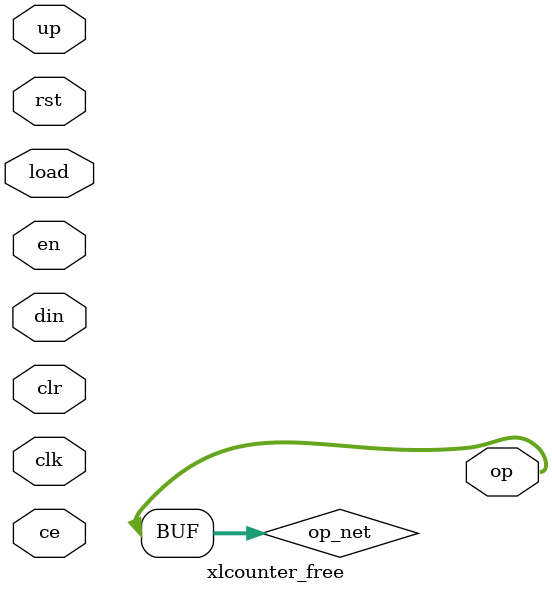
<source format=v>

`ifndef simulating
  `define simulating 1
`endif
// synopsys translate_on
`ifndef simulating
  `define simulating 0
`endif
`ifndef xlUnsigned
 `define xlUnsigned 1
`endif
`ifndef xlSigned
 `define xlSigned 2
`endif
`ifndef xlWrap
 `define xlWrap 1
`endif
`ifndef xlSaturate
 `define xlSaturate 2
`endif
`ifndef xlTruncate
 `define xlTruncate 1
`endif
`ifndef xlRound
 `define xlRound 2
`endif
`ifndef xlRoundBanker
 `define xlRoundBanker 3
`endif
`ifndef xlAddMode
 `define xlAddMode 1
`endif
`ifndef xlSubMode
 `define xlSubMode 2
`endif

//-----------------------------------------------------------------
// System Generator version 10.1.3 VERILOG source file.
//
// Copyright(C) 2008 by Xilinx, Inc.  All rights reserved.  This
// text/file contains proprietary, confidential information of Xilinx,
// Inc., is distributed under license from Xilinx, Inc., and may be used,
// copied and/or disclosed only pursuant to the terms of a valid license
// agreement with Xilinx, Inc.  Xilinx hereby grants you a license to use
// this text/file solely for design, simulation, implementation and
// creation of design files limited to Xilinx devices or technologies.
// Use with non-Xilinx devices or technologies is expressly prohibited
// and immediately terminates your license unless covered by a separate
// agreement.
//
// Xilinx is providing this design, code, or information "as is" solely
// for use in developing programs and solutions for Xilinx devices.  By
// providing this design, code, or information as one possible
// implementation of this feature, application or standard, Xilinx is
// making no representation that this implementation is free from any
// claims of infringement.  You are responsible for obtaining any rights
// you may require for your implementation.  Xilinx expressly disclaims
// any warranty whatsoever with respect to the adequacy of the
// implementation, including but not limited to warranties of
// merchantability or fitness for a particular purpose.
//
// Xilinx products are not intended for use in life support appliances,
// devices, or systems.  Use in such applications is expressly prohibited.
//
// Any modifications that are made to the source code are done at the user's
// sole risk and will be unsupported.
//
// This copyright and support notice must be retained as part of this
// text at all times.  (c) Copyright 1995-2008 Xilinx, Inc.  All rights
// reserved.
//-----------------------------------------------------------------
`timescale 1 ns / 10 ps
module srl17e (clk, ce, d, q);
    parameter width = 16;
    parameter latency = 8;
    input clk, ce;
    input [width-1:0] d;
    output [width-1:0] q;
    parameter signed [5:0] a = latency - 2;
    wire[width - 1:0] #0.2 d_delayed;
    wire[width - 1:0] srl16_out;
    genvar i;
    assign d_delayed = d ;
    generate
      for(i=0; i<width; i=i+1)
      begin:reg_array
            if (latency > 1)
                begin: has_2_latency
                 SRL16E u1 (.CLK(clk), .D(d_delayed[i]), .Q(srl16_out[i]), .CE(ce), .A0(a[0]), .A1(a[1]), .A2(a[2]), .A3(a[3]));
                end
            if (latency <= 1)
                begin: has_1_latency
                 assign srl16_out[i] = d_delayed[i];
                end
            if (latency != 0)
                begin: has_latency
                 FDE u2 (.C(clk), .D(srl16_out[i]), .Q(q[i]), .CE(ce));
                end
            if (latency == 0)
                begin:has_0_latency
                 assign q[i] = srl16_out[i];
                end
        end
    endgenerate
endmodule
module synth_reg (i, ce, clr, clk, o);
   parameter width  = 8;
   parameter latency  = 1;
   input[width - 1:0] i;
   input ce,clr,clk;
   output[width - 1:0] o;
   parameter complete_num_srl17es = latency/17;
   parameter remaining_latency = latency%17;
   parameter temp_num_srl17es = (latency/17) + ((latency%17)?1:0);
   parameter num_srl17es = temp_num_srl17es ? temp_num_srl17es : 1;
   wire [width - 1:0] z [0:num_srl17es-1];
   genvar t;
    generate
      if (latency <= 17)
          begin:has_only_1
              srl17e #(width, latency) srl17e_array0(.clk(clk), .ce(ce), .d(i), .q(o));
          end
     endgenerate
    generate
     if (latency > 17)
        begin:has_1
             assign o = z[num_srl17es-1];
             srl17e #(width, 17) srl17e_array0(.clk(clk), .ce(ce), .d(i), .q(z[0]));
        end
   endgenerate
   generate
      if (latency > 17)
          begin:more_than_1
              for (t=1; t < complete_num_srl17es; t=t+1)
                begin:left_complete_ones
                   srl17e #(width, 17) srl17e_array(.clk(clk), .ce(ce), .d(z[t-1]), .q(z[t]));
                end
          end
   endgenerate
   generate
     if ((remaining_latency > 0) && (latency>17))
          begin:remaining_ones
             srl17e #(width, (latency%17)) last_srl17e (.clk(clk), .ce(ce), .d(z[num_srl17es-2]), .q(z[num_srl17es-1]));
          end
   endgenerate
endmodule
module synth_reg_reg (i, ce, clr, clk, o);
   parameter width  = 8;
   parameter latency  = 1;
   input[width - 1:0] i;
   input ce, clr, clk;
   output[width - 1:0] o;
   wire[width - 1:0] o;
   genvar idx;
   reg[width - 1:0] reg_bank [latency:0];
   integer j;
   initial
     begin
        for (j=0; j < latency+1; j=j+1)
          begin
             reg_bank[j] = {width{1'b0}};
          end
     end

   generate
     if (latency == 0)
        begin:has_0_latency
         assign o = i;
       end
   endgenerate

   always @(i)
        begin
             reg_bank[0] = i;
         end
   generate
     if (latency > 0)
        begin:more_than_1
            assign o = reg_bank[latency];
         for (idx=0; idx < latency; idx=idx+1) begin:sync_loop
            always @(posedge clk)
                  begin
                  if (ce)
                    begin
                        reg_bank[idx+1] <= reg_bank[idx] ;
                    end
               end
        end
      end
   endgenerate
endmodule

//-----------------------------------------------------------------
// System Generator version 10.1.3 VERILOG source file.
//
// Copyright(C) 2008 by Xilinx, Inc.  All rights reserved.  This
// text/file contains proprietary, confidential information of Xilinx,
// Inc., is distributed under license from Xilinx, Inc., and may be used,
// copied and/or disclosed only pursuant to the terms of a valid license
// agreement with Xilinx, Inc.  Xilinx hereby grants you a license to use
// this text/file solely for design, simulation, implementation and
// creation of design files limited to Xilinx devices or technologies.
// Use with non-Xilinx devices or technologies is expressly prohibited
// and immediately terminates your license unless covered by a separate
// agreement.
//
// Xilinx is providing this design, code, or information "as is" solely
// for use in developing programs and solutions for Xilinx devices.  By
// providing this design, code, or information as one possible
// implementation of this feature, application or standard, Xilinx is
// making no representation that this implementation is free from any
// claims of infringement.  You are responsible for obtaining any rights
// you may require for your implementation.  Xilinx expressly disclaims
// any warranty whatsoever with respect to the adequacy of the
// implementation, including but not limited to warranties of
// merchantability or fitness for a particular purpose.
//
// Xilinx products are not intended for use in life support appliances,
// devices, or systems.  Use in such applications is expressly prohibited.
//
// Any modifications that are made to the source code are done at the user's
// sole risk and will be unsupported.
//
// This copyright and support notice must be retained as part of this
// text at all times.  (c) Copyright 1995-2008 Xilinx, Inc.  All rights
// reserved.
//-----------------------------------------------------------------
`timescale 1 ns / 10 ps
module synth_reg_w_init (i, ce, clr, clk, o);
   parameter width  = 8;
   parameter init_index  = 0;
   parameter [width-1 : 0] init_value  = 'b0000;
   parameter latency  = 1;

   input[width - 1:0] i;
   input ce, clr, clk;
   output[width - 1:0] o;
   wire[(latency + 1) * width - 1:0] dly_i;
   wire #0.2 dly_clr;
   genvar index;

   generate
     if (latency == 0)
        begin:has_0_latency
         assign o = i;
        end
     else
        begin:has_latency
         assign dly_i[(latency + 1) * width - 1:latency * width] = i ;
         assign dly_clr = clr ;
         for (index=1; index<=latency; index=index+1)
           begin:fd_array
// synopsys translate_off
             defparam reg_comp_1.width = width;
             defparam reg_comp_1.init_index = init_index;
             defparam reg_comp_1.init_value = init_value;
// synopsys translate_on
             single_reg_w_init #(width, init_index, init_value)
               reg_comp_1(.clk(clk),
                          .i(dly_i[(index + 1)*width-1:index*width]),
                          .o(dly_i[index * width - 1:(index - 1) * width]),
                          .ce(ce),
                          .clr(dly_clr));
             end
        assign o = dly_i[width-1:0];
       end
   endgenerate
endmodule
module single_reg_w_init (i, ce, clr, clk, o);
   parameter width  = 8;
   parameter init_index  = 0;
   parameter [width-1 : 0] init_value  = 8'b00000000;
   input[width - 1:0] i;
   input ce;
   input clr;
   input clk;
   output[width - 1:0] o;
   parameter [0:0] init_index_val = (init_index ==  1) ? 1'b1 : 1'b0;
   parameter [width-1:0] result = (width > 1) ? { {(width-1){1'b0}}, init_index_val } : init_index_val;
   parameter [width-1:0] init_const = (init_index > 1) ? init_value : result;
   wire[width - 1:0] o;
   genvar index;

   generate
     for (index=0;index < width; index=index+1) begin:fd_prim_array
          if (init_const[index] == 0)
            begin:rst_comp
              FDRE fdre_comp(.C(clk),
                             .D(i[index]),
                             .Q(o[index]),
                             .CE(ce),
                             .R(clr));
            end
          else
            begin:set_comp
             FDSE fdse_comp(.C(clk),
                            .D(i[index]),
                            .Q(o[index]),
                            .CE(ce),
                            .S(clr));
            end
    end
   endgenerate
endmodule

//-----------------------------------------------------------------
// System Generator version 10.1.3 VERILOG source file.
//
// Copyright(C) 2008 by Xilinx, Inc.  All rights reserved.  This
// text/file contains proprietary, confidential information of Xilinx,
// Inc., is distributed under license from Xilinx, Inc., and may be used,
// copied and/or disclosed only pursuant to the terms of a valid license
// agreement with Xilinx, Inc.  Xilinx hereby grants you a license to use
// this text/file solely for design, simulation, implementation and
// creation of design files limited to Xilinx devices or technologies.
// Use with non-Xilinx devices or technologies is expressly prohibited
// and immediately terminates your license unless covered by a separate
// agreement.
//
// Xilinx is providing this design, code, or information "as is" solely
// for use in developing programs and solutions for Xilinx devices.  By
// providing this design, code, or information as one possible
// implementation of this feature, application or standard, Xilinx is
// making no representation that this implementation is free from any
// claims of infringement.  You are responsible for obtaining any rights
// you may require for your implementation.  Xilinx expressly disclaims
// any warranty whatsoever with respect to the adequacy of the
// implementation, including but not limited to warranties of
// merchantability or fitness for a particular purpose.
//
// Xilinx products are not intended for use in life support appliances,
// devices, or systems.  Use in such applications is expressly prohibited.
//
// Any modifications that are made to the source code are done at the user's
// sole risk and will be unsupported.
//
// This copyright and support notice must be retained as part of this
// text at all times.  (c) Copyright 1995-2008 Xilinx, Inc.  All rights
// reserved.
//-----------------------------------------------------------------
`ifndef xlConvertType
 `define xlConvertType
 `timescale 1 ns / 10 ps
module cast (inp, res);
    parameter signed [31:0] old_width = 4;
    parameter signed [31:0] old_bin_pt = 1;
    parameter signed [31:0] new_width = 4;
    parameter signed [31:0] new_bin_pt = 1;
    parameter signed [31:0] new_arith = `xlSigned;
    input [old_width - 1 : 0] inp;
    output [new_width - 1 : 0] res;

   parameter signed [31:0] right_of_dp = new_bin_pt - old_bin_pt;
    wire [new_width-1:0] result;
   genvar i;
   assign res = result;
   generate
      for (i = 0; i<new_width;  i = i+1)
        begin:cast_loop
           if ((i-right_of_dp) > old_width - 1)
             begin:u0
                if (new_arith == `xlUnsigned)
                  begin:u1
                     assign result[i] = 1'b0;
                  end
                if (new_arith == `xlSigned)
                  begin:u2
                     assign result[i] = inp[old_width-1];
                  end
             end
           else if ((i-right_of_dp) >= 0)
             begin:u3
                assign result[i] = inp[i-right_of_dp];
             end
           else
             begin:u4
                assign result[i] = 1'b0;
             end
        end
      endgenerate

endmodule
module pad_lsb (inp, res);
   parameter signed [31:0] orig_width = 4;
   parameter signed [31:0] new_width = 2;
   input [orig_width - 1 : 0] inp;
   output [new_width - 1 : 0] res;
   parameter signed [31:0] pad_pos = new_width - orig_width -1;
   wire [new_width-1:0] result;
   genvar i;
   assign  res = result;
   generate
      if (new_width >= orig_width)
        begin:u0
           assign result[new_width-1:new_width-orig_width] = inp[orig_width-1:0];
        end
   endgenerate

   generate
      if (pad_pos >= 0)
        begin:u1
           assign result[pad_pos:0] = {pad_pos{1'b0}};
        end
   endgenerate
endmodule
module zero_ext (inp, res);
   parameter signed [31:0]  old_width = 4;
   parameter signed [31:0]  new_width = 2;
   input [old_width - 1 : 0] inp;
   output [new_width - 1 : 0] res;
   wire [new_width-1:0] result;
   genvar i;
   assign res = result;
   generate
     if (new_width >= old_width)
       begin:u0
          assign result = { {(new_width-old_width){1'b0}}, inp};
       end
     else
       begin:u1
          assign result[new_width-1:0] = inp[new_width-1:0];
       end
    endgenerate
endmodule
module sign_ext (inp, res);
   parameter signed [31:0]  old_width = 4;
   parameter signed [31:0]  new_width = 2;
   input [old_width - 1 : 0] inp;
   output [new_width - 1 : 0] res;
   wire [new_width-1:0] result;
   assign res = result;
   generate
     if (new_width >= old_width)
       begin:u0
          assign result = { {(new_width-old_width){inp[old_width-1]}}, inp};
       end
     else
       begin:u1
          assign result[new_width-1:0] = inp[new_width-1:0];
       end
   endgenerate

endmodule
module extend_msb (inp, res);
    parameter signed [31:0]  old_width = 4;
    parameter signed [31:0]  new_width = 4;
    parameter signed [31:0]  new_arith = `xlSigned;
    input [old_width - 1 : 0] inp;
    output [new_width - 1 : 0] res;
    wire [new_width-1:0] result;
   assign res = result;
   generate
      if (new_arith ==`xlUnsigned)
        begin:u0
           zero_ext # (old_width, new_width)
             em_zero_ext (.inp(inp), .res(result));
        end
      else
        begin:u1
           sign_ext # (old_width, new_width)
             em_sign_ext (.inp(inp), .res(result));
        end
    endgenerate
endmodule
module align_input (inp, res);
    parameter signed [31:0]  old_width = 4;
    parameter signed [31:0]  delta = 1;
    parameter signed [31:0]  new_arith = `xlSigned;
    parameter signed [31:0]  new_width = 4;
    input [old_width - 1 : 0] inp;
    output [new_width - 1 : 0] res;
    parameter signed [31:0]  abs_delta = (delta >= 0) ? (delta) : (-delta);
    wire [new_width-1:0] result;
    wire [(old_width+abs_delta)-1:0] padded_inp;
   assign res = result;
   generate
      if (delta > 0)
        begin:u0
           pad_lsb # (old_width, old_width+delta)
             ai_pad_lsb (.inp(inp), .res(padded_inp));
           extend_msb # (old_width+delta, new_width, new_arith)
             ai_extend_msb (.inp(padded_inp), .res(result));
        end
      else
        begin:u1
           extend_msb # (old_width, new_width, new_arith)
             ai_extend_msb (.inp(inp), .res(result));
        end
   endgenerate
endmodule
module round_towards_inf (inp, res);
    parameter signed [31:0]  old_width = 4;
    parameter signed [31:0]  old_bin_pt = 2;
    parameter signed [31:0]  old_arith = `xlSigned;
    parameter signed [31:0]  new_width = 4;
    parameter signed [31:0]  new_bin_pt = 1;
    parameter signed [31:0]  new_arith = `xlSigned;
    input [old_width - 1 : 0] inp;
    output [new_width - 1 : 0] res;

   parameter signed [31:0]  right_of_dp = old_bin_pt - new_bin_pt;
   parameter signed [31:0]  abs_right_of_dp = (new_bin_pt > old_bin_pt) ? (new_bin_pt-old_bin_pt) : (old_bin_pt - new_bin_pt);
   parameter signed [31:0]  right_of_dp_2 = (right_of_dp >=2) ? right_of_dp-2 : 0;
   parameter signed [31:0]  right_of_dp_1 = (right_of_dp >=1) ? right_of_dp-1 : 0;
   reg [new_width-1:0] one_or_zero;
   wire [new_width-1:0] truncated_val;
   wire signed [new_width-1:0] result_signed;
   wire [abs_right_of_dp+old_width-1 : 0] padded_val;
   initial
     begin
        one_or_zero = {new_width{1'b0}};
     end
   generate
      if (right_of_dp >= 0)
        begin:u0
           if (new_arith ==`xlUnsigned)
             begin:u1
                zero_ext # (old_width-right_of_dp, new_width)
                  rti_zero_ext (.inp(inp[old_width-1:right_of_dp]), .res(truncated_val));
             end
           else
             begin:u2
                sign_ext # (old_width-right_of_dp, new_width)
                  rti_sign_ext (.inp(inp[old_width-1:right_of_dp]), .res(truncated_val));
             end
        end
      else
        begin:u3
           pad_lsb # (old_width, abs_right_of_dp+old_width)
             rti_pad_lsb (.inp(inp), .res(padded_val));
           if (new_arith ==`xlUnsigned)
             begin:u4
                zero_ext # (abs_right_of_dp+old_width, new_width)
                  rti_zero_ext1 (.inp(padded_val), .res(truncated_val));
             end
           else
             begin:u5
                sign_ext # (abs_right_of_dp+old_width, new_width)
                  rti_sign_ext1 (.inp(padded_val), .res(truncated_val));
             end
        end
   endgenerate
   generate
      if (new_arith == `xlSigned)
        begin:u6
           always @(inp)
             begin
                one_or_zero = {new_width{1'b0}};
               if (inp[old_width-1] == 1'b0)
                 begin
                    one_or_zero[0] = 1'b1;
                 end
               if ((right_of_dp >=2) && (right_of_dp <= old_width))
                 begin
                    if(|inp[right_of_dp_2:0] == 1'b1)
                       begin
                          one_or_zero[0] = 1'b1;
                       end
                 end
               if ((right_of_dp >=1) && (right_of_dp <= old_width))
                 begin
                    if(inp[right_of_dp_1] == 1'b0)
                      begin
                         one_or_zero[0] = 1'b0;
                      end
                 end
               else
                 begin
                    one_or_zero[0] = 1'b0;
                 end
             end
             assign result_signed = truncated_val + one_or_zero;
             assign res = result_signed;
        end

      else
        begin:u7
           always @(inp)
             begin
                one_or_zero = {new_width{1'b0}};
               if ((right_of_dp >=1) && (right_of_dp <= old_width))
                 begin
                    one_or_zero[0] = inp[right_of_dp_1];
                 end
             end
             assign res = truncated_val + one_or_zero;
        end
   endgenerate

endmodule
module round_towards_even (inp, res);
    parameter signed [31:0]  old_width = 4;
    parameter signed [31:0]  old_bin_pt = 2;
    parameter signed [31:0]  old_arith = `xlSigned;
    parameter signed [31:0]  new_width = 4;
    parameter signed [31:0]  new_bin_pt = 1;
    parameter signed [31:0]  new_arith = `xlSigned;
    input [old_width - 1 : 0] inp;
    output [new_width - 1 : 0] res;
   parameter signed [31:0]  right_of_dp = old_bin_pt - new_bin_pt;
   parameter signed [31:0]  abs_right_of_dp = (new_bin_pt > old_bin_pt) ? (new_bin_pt-old_bin_pt) : (old_bin_pt - new_bin_pt);
   parameter signed [31:0]  expected_new_width = old_width - right_of_dp + 1;
   reg [new_width-1:0] one_or_zero;
   wire signed [new_width-1:0] result_signed;
   wire [new_width-1:0] truncated_val;
   wire [abs_right_of_dp+old_width-1 : 0] padded_val;
   initial
     begin
      one_or_zero = { new_width{1'b0}};
     end

   generate
      if (right_of_dp >= 0)
        begin:u0
           if (new_arith == `xlUnsigned)
             begin:u1
                zero_ext # (old_width-right_of_dp, new_width)
                            rte_zero_ext (.inp(inp[old_width-1:right_of_dp]), .res(truncated_val));
             end
           else
             begin:u2
                sign_ext # (old_width-right_of_dp, new_width)
                            rte_sign_ext (.inp(inp[old_width-1:right_of_dp]), .res(truncated_val));
             end
        end

      else
        begin:u3
           pad_lsb # (old_width, abs_right_of_dp+old_width)
                            rte_pad_lsb (.inp(inp), .res(padded_val));
           if (new_arith == `xlUnsigned)
             begin:u4
                zero_ext # (abs_right_of_dp+old_width, new_width)
                            rte_zero_ext1 (.inp(padded_val), .res(truncated_val));
             end
           else
             begin:u5
                sign_ext # (abs_right_of_dp+old_width, new_width)
                            rte_sign_ext1 (.inp(padded_val), .res(truncated_val));
             end
        end
   endgenerate

   generate
      if ((right_of_dp ==1) && (right_of_dp <= old_width))
        begin:u6a
           always @(inp)
             begin
                one_or_zero = { new_width{1'b0}};
                if(inp[right_of_dp-1] == 1'b1)
                  begin
                     one_or_zero[0] = inp[right_of_dp];
                  end
                else
                  begin
                     one_or_zero[0] = inp[right_of_dp-1];
                  end
             end
       end
      else if ((right_of_dp >=2) && (right_of_dp <= old_width))
        begin:u6b
           always @(inp)
             begin
                one_or_zero = { new_width{1'b0}};
                if( (inp[right_of_dp-1] == 'b1) && !(|inp[right_of_dp-2:0]) )
                  begin
                     one_or_zero[0] = inp[right_of_dp];
                  end
                else
                  begin
                     one_or_zero[0] = inp[right_of_dp-1];
                  end
             end
       end
      else
        begin:u7
            always @(inp)
             begin
                one_or_zero = { new_width{1'b0}};
             end
        end
   endgenerate

   generate
      if (new_arith == `xlSigned)
        begin:u8
           assign result_signed = truncated_val + one_or_zero;
           assign res = result_signed;
        end
      else
        begin:u9
           assign res = truncated_val + one_or_zero;
        end
   endgenerate

endmodule
module trunc (inp, res);
    parameter signed [31:0]  old_width = 4;
    parameter signed [31:0]  old_bin_pt = 2;
    parameter signed [31:0]  old_arith = `xlSigned;
    parameter signed [31:0]  new_width = 4;
    parameter signed [31:0]  new_bin_pt = 1;
    parameter signed [31:0]  new_arith = `xlSigned;
    input [old_width - 1 : 0] inp;
    output [new_width - 1 : 0] res;

   parameter signed [31:0]  right_of_dp = old_bin_pt - new_bin_pt;
   parameter signed [31:0]  abs_right_of_dp = (new_bin_pt > old_bin_pt) ? (new_bin_pt-old_bin_pt) : (old_bin_pt - new_bin_pt);
   wire [new_width-1:0] result;
   wire [abs_right_of_dp+old_width-1 : 0] padded_val;
   assign res = result;
   generate
      if (new_bin_pt > old_bin_pt)
        begin:tr_u2
           pad_lsb # (old_width, abs_right_of_dp+old_width)
             tr_pad_lsb (.inp(inp), .res(padded_val));
           extend_msb # (old_width+abs_right_of_dp, new_width, new_arith)
             tr_extend_msb (.inp(padded_val), .res(result));
        end
      else
        begin:tr_u1
           extend_msb # (old_width-right_of_dp, new_width, new_arith)
             tr_extend_msb (.inp(inp[old_width-1:right_of_dp]), .res(result));
        end
   endgenerate

endmodule
module saturation_arith (inp, res);
    parameter signed [31:0]  old_width = 4;
    parameter signed [31:0]  old_bin_pt = 2;
    parameter signed [31:0]  old_arith = `xlSigned;
    parameter signed [31:0]  new_width = 4;
    parameter signed [31:0]  new_bin_pt = 1;
    parameter signed [31:0]  new_arith = `xlSigned;
    input [old_width - 1 : 0] inp;
    output [new_width - 1 : 0] res;
   parameter signed [31:0]  abs_right_of_dp = (new_bin_pt > old_bin_pt) ? (new_bin_pt-old_bin_pt) : (old_bin_pt - new_bin_pt);
   parameter signed [31:0]  abs_width = (new_width > old_width) ? (new_width-old_width) : 1;
   parameter signed [31:0]  abs_new_width = (old_width > new_width) ? new_width : 1;
   reg overflow;
   reg [old_width-1:0] vec;
   reg [new_width-1:0] result;
   assign res = result;
   generate
      if (old_width > new_width)
        begin:sa_u0
           always @ (inp)
             begin
                vec = inp;
                overflow = 1;
                if ( (old_arith == `xlSigned) && (new_arith == `xlSigned) )
                  begin
                    if (~|inp[old_width-1:abs_new_width-1] || &inp[old_width-1:abs_new_width-1])
                     begin
                       overflow = 0;
                     end
                 end

                if ( (old_arith == `xlSigned) && (new_arith == `xlUnsigned))
                   begin
                    if (~|inp[old_width-1 : abs_new_width])
                    begin
                       overflow = 0;
                    end
                end

                if ((old_arith == `xlUnsigned) &&  (new_arith == `xlUnsigned))
                  begin
                    if (~|inp[old_width-1 : abs_new_width])
                     begin
                       overflow = 0;
                     end
                  end

               if ( (old_arith == `xlUnsigned) && (new_arith == `xlSigned))
                 begin
                  if (~|inp[old_width-1:abs_new_width-1] || &inp[old_width-1:abs_new_width-1])
                    begin
                      overflow = 0;
                    end
                 end
               if (overflow == 1)
                 begin
                   if (new_arith == `xlSigned)
                     begin
                       if (inp[old_width-1] == 'b0)
                         begin
                           result = (new_width ==1) ? 1'b0 : {1'b0, {(new_width-1){1'b1}} };
                         end
                      else
                        begin
                          result = (new_width ==1) ? 1'b1 : {1'b1, {(new_width-1){1'b0}} };
                       end
                     end
                   else
                     begin
                       if ((old_arith == `xlSigned) && (inp[old_width-1] == 'b1))
                         begin
                           result = {new_width{1'b0}};
                         end
                       else
                         begin
                           result = {new_width{1'b1}};
                         end
                     end
                 end
               else
                 begin
                    if ( (old_arith == `xlSigned) && (new_arith == `xlUnsigned) && (inp[old_width-1] == 'b1) )
                    begin
                      vec = {old_width{1'b0}};
                    end
                    result = vec[new_width-1:0];
                 end
             end
        end
   endgenerate
   generate
      if (new_width > old_width)
        begin:sa_u1
         always @ (inp)
           begin
            vec = inp;
            if ( (old_arith == `xlSigned) && (new_arith == `xlUnsigned) && (inp[old_width-1] == 1'b1) )
              begin
                vec = {old_width{1'b0}};
              end
              if (new_arith == `xlUnsigned)
                begin
                  result = { {abs_width{1'b0}}, vec};
                end
              else
                begin
                  result = { {abs_width{inp[old_width-1]}}, vec};
                end
           end
       end
   endgenerate

   generate
      if (new_width == old_width)
        begin:sa_u2
         always @ (inp)
           begin
             if ( (old_arith == `xlSigned) && (new_arith == `xlUnsigned) && (inp[old_width-1] == 'b1) )
               begin
                 result = {old_width{1'b0}};
               end
             else
               begin
                 result = inp;
               end
           end
        end
   endgenerate

endmodule
module wrap_arith (inp, res);
    parameter signed [31:0]  old_width = 4;
    parameter signed [31:0]  old_bin_pt = 2;
    parameter signed [31:0]  old_arith = `xlSigned;
    parameter signed [31:0]  new_width = 4;
    parameter signed [31:0]  new_bin_pt = 1;
    parameter signed [31:0]  new_arith = `xlSigned;
    parameter signed [31:0]  result_arith = ((old_arith==`xlSigned)&&(new_arith==`xlUnsigned))? `xlSigned : new_arith;
    input [old_width - 1 : 0] inp;
    output [new_width - 1 : 0] res;
   wire [new_width-1:0] result;
   cast # (old_width, old_bin_pt, new_width, new_bin_pt, result_arith)
     wrap_cast (.inp(inp), .res(result));
   assign res = result;

endmodule
module convert_type (inp, res);
    parameter signed [31:0]  old_width = 4;
    parameter signed [31:0]  old_bin_pt = 2;
    parameter signed [31:0]  old_arith = `xlSigned;
    parameter signed [31:0]  new_width = 4;
    parameter signed [31:0]  new_bin_pt = 1;
    parameter signed [31:0]  new_arith = `xlSigned;
    parameter signed [31:0]  quantization = `xlTruncate;
    parameter signed [31:0]  overflow = `xlWrap;
    input [old_width - 1 : 0] inp;
    output [new_width - 1 : 0] res;

   parameter signed [31:0]  fp_width = old_width + 2;
   parameter signed [31:0]  fp_bin_pt = old_bin_pt;
   parameter signed [31:0]  fp_arith = old_arith;
   parameter signed [31:0]  q_width = fp_width + new_bin_pt - old_bin_pt;
   parameter signed [31:0]  q_bin_pt = new_bin_pt;
   parameter signed [31:0]  q_arith = old_arith;
   wire [fp_width-1:0] full_precision_result;
   wire [new_width-1:0] result;
   wire [q_width-1:0] quantized_result;
   assign res = result;
   cast # (old_width, old_bin_pt, fp_width, fp_bin_pt, fp_arith)
     fp_cast (.inp(inp), .res(full_precision_result));
   generate
      if (quantization == `xlRound)
        begin:ct_u0
           round_towards_inf # (fp_width, fp_bin_pt, fp_arith, q_width, q_bin_pt, q_arith)
             quant_rtf (.inp(full_precision_result), .res(quantized_result));
        end
   endgenerate

   generate
      if (quantization == `xlRoundBanker)
        begin:ct_u1
           round_towards_even # (fp_width, fp_bin_pt, fp_arith, q_width, q_bin_pt, q_arith)
             quant_rte (.inp(full_precision_result), .res(quantized_result));
        end
   endgenerate

   generate
      if (quantization == `xlTruncate)
        begin:ct_u2
           trunc # (fp_width, fp_bin_pt, fp_arith, q_width, q_bin_pt, q_arith)
             quant_tr (.inp(full_precision_result), .res(quantized_result));
        end
   endgenerate

   generate
      if (overflow == `xlSaturate)
        begin:ct_u3
           saturation_arith # (q_width, q_bin_pt, q_arith, new_width, new_bin_pt, new_arith)
            ovflo_sat (.inp(quantized_result), .res(result));
        end
   endgenerate

   generate
      if ((overflow == `xlWrap) || (overflow == 3))
        begin:ct_u4
           wrap_arith # (q_width, q_bin_pt, q_arith, new_width, new_bin_pt, new_arith)
             ovflo_wrap (.inp(quantized_result), .res(result));
        end
   endgenerate

endmodule
//synopsys translate_off
`timescale 1 ns / 10 ps
module clock_pkg();
   wire int_clk;
endmodule
//synopsys translate_on
`endif
`timescale 1ns / 1ps
//////////////////////////////////////////////////////////////////////////////////
// Company: 
// Engineer: 
// 
// Create Date:    19:09:59 07/25/2011 
// Design Name: 
// Module Name:    usb_controller_final_2 
// Project Name: 
// Target Devices: 
// Tool versions: 
// Description: 
//
// Dependencies: 
//
// Revision: 
// Revision 0.01 - File Created
// Additional Comments: 
//
//////////////////////////////////////////////////////////////////////////////////
module usb_controller_final_2(data_in, clk_usb, fd,fifoad,ifclk,sloe,pktend,slcs, slrd, slwr, flag, led3, led1, en, led7);
    input flag;
	//input ce_usb;
input signed [7:0] data_in;
	 input clk_usb;
	 input en;
	 output led7;
	 output led3;
	 output led1;
	 output signed [7:0] fd;
    output reg [1:0] fifoad;
    output wire ifclk;
    output sloe;
    output pktend;
    output slcs;
	 output slrd;
	 output slwr;
	 //reg led3;
	 reg led1;
	 //reg slwr;
	 reg led7;
	 
	 reg [7:0] fd_temp;
	 
	 reg isEnabled;
	 reg [6:0]packet_counter;
	 
	 assign slrd=1'b1;
	 assign sloe=1'b1;
	 assign slcs=1'b1;
	 //assign fifoad=0;
	 assign pktend = 1;
	 assign ifclk=clk_usb;
	 assign fd = fd_temp;
	 assign slwr = flag ? 0 : 1;
	 assign led3 = flag ? 0 : 1;
	 
	 
	 always @(posedge clk_usb or negedge en)
	 begin
		if(!en)
		begin
			led7<=1;
			//led3<=0;
			led1<=0;
			fd_temp<=0;
			fifoad<=3;
			//slwr<=1;
		end
		else
		begin
			led1<=1;
			fifoad<=0;
			if(packet_counter == 64)
			begin
				led7<=0;
				fd_temp<=78;
			end
			else if(packet_counter == 65)
			begin
				led7<=0;
				fd_temp<=89;
			end
			else if(packet_counter == 66)
			begin
				led7<=0;
				fd_temp<=65;
			end
			else if(packet_counter == 67)
			begin
				led7<=0;
				fd_temp<=78;
			end
			else
			begin
				led7<=1;
				fd_temp<=data_in;
			end
		end
	 end
	 
	 always @(posedge clk_usb or negedge en)
	 begin
		if(!en)
		begin
			packet_counter <= 0;
		end
		else
		begin
			if(packet_counter==67)
			begin
				packet_counter<=0;
			end
			else
			begin
				packet_counter <= packet_counter + 1;
			end
		end
	 end
	 
	 

	 
endmodule

//-----------------------------------------------------------------
// System Generator version 10.1.3 VERILOG source file.
//
// Copyright(C) 2008 by Xilinx, Inc.  All rights reserved.  This
// text/file contains proprietary, confidential information of Xilinx,
// Inc., is distributed under license from Xilinx, Inc., and may be used,
// copied and/or disclosed only pursuant to the terms of a valid license
// agreement with Xilinx, Inc.  Xilinx hereby grants you a license to use
// this text/file solely for design, simulation, implementation and
// creation of design files limited to Xilinx devices or technologies.
// Use with non-Xilinx devices or technologies is expressly prohibited
// and immediately terminates your license unless covered by a separate
// agreement.
//
// Xilinx is providing this design, code, or information "as is" solely
// for use in developing programs and solutions for Xilinx devices.  By
// providing this design, code, or information as one possible
// implementation of this feature, application or standard, Xilinx is
// making no representation that this implementation is free from any
// claims of infringement.  You are responsible for obtaining any rights
// you may require for your implementation.  Xilinx expressly disclaims
// any warranty whatsoever with respect to the adequacy of the
// implementation, including but not limited to warranties of
// merchantability or fitness for a particular purpose.
//
// Xilinx products are not intended for use in life support appliances,
// devices, or systems.  Use in such applications is expressly prohibited.
//
// Any modifications that are made to the source code are done at the user's
// sole risk and will be unsupported.
//
// This copyright and support notice must be retained as part of this
// text at all times.  (c) Copyright 1995-2008 Xilinx, Inc.  All rights
// reserved.
//-----------------------------------------------------------------
module  xlceprobe  (d, ce, clk, q);
    parameter d_width= 8;
    parameter q_width= 1;
    input [d_width-1:0] d;
    input ce;
    input clk;
    output [q_width-1:0] q;
    wire [0:0] ce_vec;
    BUF buf_comp(.I(ce), .O(ce_vec[0]));
    assign q = ce_vec;
endmodule

//-----------------------------------------------------------------
// System Generator version 10.1.3 VERILOG source file.
//
// Copyright(C) 2008 by Xilinx, Inc.  All rights reserved.  This
// text/file contains proprietary, confidential information of Xilinx,
// Inc., is distributed under license from Xilinx, Inc., and may be used,
// copied and/or disclosed only pursuant to the terms of a valid license
// agreement with Xilinx, Inc.  Xilinx hereby grants you a license to use
// this text/file solely for design, simulation, implementation and
// creation of design files limited to Xilinx devices or technologies.
// Use with non-Xilinx devices or technologies is expressly prohibited
// and immediately terminates your license unless covered by a separate
// agreement.
//
// Xilinx is providing this design, code, or information "as is" solely
// for use in developing programs and solutions for Xilinx devices.  By
// providing this design, code, or information as one possible
// implementation of this feature, application or standard, Xilinx is
// making no representation that this implementation is free from any
// claims of infringement.  You are responsible for obtaining any rights
// you may require for your implementation.  Xilinx expressly disclaims
// any warranty whatsoever with respect to the adequacy of the
// implementation, including but not limited to warranties of
// merchantability or fitness for a particular purpose.
//
// Xilinx products are not intended for use in life support appliances,
// devices, or systems.  Use in such applications is expressly prohibited.
//
// Any modifications that are made to the source code are done at the user's
// sole risk and will be unsupported.
//
// This copyright and support notice must be retained as part of this
// text at all times.  (c) Copyright 1995-2008 Xilinx, Inc.  All rights
// reserved.
//-----------------------------------------------------------------
module  xldsamp  (d, src_clk, src_ce, src_clr, dest_clk, dest_ce, dest_clr, en, q);
parameter d_width= 12;
parameter d_bin_pt= 0;
parameter d_arith= `xlUnsigned;
parameter q_width= 12;
parameter q_bin_pt= 0;
parameter q_arith= `xlUnsigned;
parameter en_width= 1;
parameter en_bin_pt= 0;
parameter en_arith= `xlUnsigned;
parameter ds_ratio= 2;
parameter phase= 0;
parameter latency= 1;
input [d_width-1:0] d;
input  src_clk;
input  src_ce;
input  src_clr;
input  dest_clk;
input  dest_ce;
input  dest_clr;
input [en_width-1:0] en;
output [q_width-1:0] q;
wire  adjusted_dest_ce;
wire  adjusted_dest_ce_w_en;
wire  dest_ce_w_en;
wire [d_width-1:0] smpld_d;
reg [q_width-1:0] q_reg;
assign dest_ce_w_en = dest_ce & en[0];
assign adjusted_dest_ce_w_en = adjusted_dest_ce & en[0];
generate
if((latency==0) | (phase!= (ds_ratio-1)))
   begin:adjusted_ce_needed
   FDSE dest_ce_reg(.Q(adjusted_dest_ce),
                    .D(dest_ce),
                    .C(src_clk),
                    .S(src_clr),
                    .CE(src_ce)
                   );
   end
if(latency==0)
  begin:shutter_d_reg
  synth_reg # (d_width,1)
  reg1(.i(d),
       .ce(adjusted_dest_ce),
       .clr(src_clr),
       .clk(src_clk),
       .o(smpld_d)
      );

   assign q = q_reg;
   always@(adjusted_dest_ce,d,smpld_d)
      begin
        if(adjusted_dest_ce == 'b0) begin
           q_reg = smpld_d;
        end
        else begin
           q_reg = d;
        end
      end
  end
 if(latency > 0)
 begin:double_reg_test
   if( phase!= (ds_ratio-1))
   begin:smpl_d_reg
   synth_reg # (d_width, 1)
          reg2 (
               .i(d),
               .ce(adjusted_dest_ce_w_en),
               .clr(src_clr),
               .clk(src_clk),
               .o(smpld_d));
   end
  if( phase == (ds_ratio-1))
  begin:sngl_reg_test
        assign smpld_d = d;
  end
  synth_reg # (d_width, latency)
          reg2 (
               .i(smpld_d),
               .ce(dest_ce_w_en),
               .clr(src_clr),
               .clk(src_clk),
               .o(q));
end

endgenerate
endmodule

//-----------------------------------------------------------------
// System Generator version 10.1.3 VERILOG source file.
//
// Copyright(C) 2008 by Xilinx, Inc.  All rights reserved.  This
// text/file contains proprietary, confidential information of Xilinx,
// Inc., is distributed under license from Xilinx, Inc., and may be used,
// copied and/or disclosed only pursuant to the terms of a valid license
// agreement with Xilinx, Inc.  Xilinx hereby grants you a license to use
// this text/file solely for design, simulation, implementation and
// creation of design files limited to Xilinx devices or technologies.
// Use with non-Xilinx devices or technologies is expressly prohibited
// and immediately terminates your license unless covered by a separate
// agreement.
//
// Xilinx is providing this design, code, or information "as is" solely
// for use in developing programs and solutions for Xilinx devices.  By
// providing this design, code, or information as one possible
// implementation of this feature, application or standard, Xilinx is
// making no representation that this implementation is free from any
// claims of infringement.  You are responsible for obtaining any rights
// you may require for your implementation.  Xilinx expressly disclaims
// any warranty whatsoever with respect to the adequacy of the
// implementation, including but not limited to warranties of
// merchantability or fitness for a particular purpose.
//
// Xilinx products are not intended for use in life support appliances,
// devices, or systems.  Use in such applications is expressly prohibited.
//
// Any modifications that are made to the source code are done at the user's
// sole risk and will be unsupported.
//
// This copyright and support notice must be retained as part of this
// text at all times.  (c) Copyright 1995-2008 Xilinx, Inc.  All rights
// reserved.
//-----------------------------------------------------------------
module xlsincos (cos, sin, theta, rst, en, ce, clr, clk);
parameter core_name0= "";
parameter theta_width= 3;
parameter theta_bin_pt= 0;
parameter theta_arith= `xlSigned;
parameter sin_width= 4;
parameter sin_bin_pt= 0;
parameter sin_arith= `xlSigned;
parameter cos_width= 4;
parameter cos_bin_pt= 0;
parameter cos_arith= `xlSigned;
parameter rst_width= 1;
parameter rst_bin_pt= 0;
parameter en_width= 5;
parameter en_bin_pt= 2;
parameter en_arith= `xlUnsigned;
parameter rst_arith= `xlUnsigned;
parameter c_pipe_stages= 0;
parameter c_latency= 0;
parameter c_negative_sine= 0;
parameter c_negative_cosine= 0;
parameter c_width= 3;
parameter c_memtype= 0;
parameter c_mode= 1;
parameter c_output_width= 1;
parameter extra_registers= 0;
parameter c_has_ce= 1;
parameter c_has_clk= 1;
parameter c_reg_output= 1;
parameter c_enable_rlocs= 1;
parameter c_symmetric= 0;
parameter c_has_sclr= 1;
output [cos_width-1:0] cos;
output [sin_width-1:0] sin;
input [theta_width-1:0] theta;
input [rst_width-1:0] rst;
input en, ce, clr, clk;
wire [sin_width-1:0] core_sin;
wire [cos_width-1:0] core_cos;
wire [sin_width-1:0] tmp_sin;
wire [cos_width-1:0] tmp_cos;
wire  rfd,rdy;
wire  internal_clr;
wire  internal_ce;
assign internal_ce = ce & en;
assign internal_clr = (clr | rst) & en;
 convert_type # (sin_width, sin_bin_pt, sin_arith,
                   sin_width, sin_bin_pt, sin_arith, `xlTruncate, `xlSaturate)
     conv_udp (.inp(tmp_sin), .res(sin));
 convert_type # (cos_width, cos_bin_pt, cos_arith,
                   cos_width, cos_bin_pt, cos_arith, `xlTruncate, `xlSaturate)
     conv_udp_cos (.inp(tmp_cos), .res(cos));
generate
if (core_name0 == "sine_cosine_look_up_table_spartan3e_5_0_14880184a763675b")
begin:comp0
sine_cosine_look_up_table_spartan3e_5_0_14880184a763675b core_instance0 (
.COSINE(core_cos),
.SINE(core_sin),
.CLK(clk),
 .CE(internal_ce),
.THETA(theta)

);
end
 if (extra_registers > 0 && c_mode != 1)
     begin:latency_gt_0_sin
        synth_reg # (sin_width, extra_registers)
          reg1 (
               .i(core_sin),
               .ce(internal_ce),
               .clr(internal_clr),
               .clk(clk),
               .o(tmp_sin));
     end

 if (extra_registers > 0 && c_mode != 0)
     begin:latency_gt_0_cos
        synth_reg # (cos_width, extra_registers)
          reg1 (
               .i(core_cos),
               .ce(internal_ce),
               .clr(internal_clr),
               .clk(clk),
               .o(tmp_cos));
     end
 if ( extra_registers == 0)
     begin:latency_eq_0
        assign tmp_sin = core_sin;
        assign tmp_cos = core_cos;
     end
 endgenerate
 endmodule

//-----------------------------------------------------------------
// System Generator version 10.1.3 VERILOG source file.
//
// Copyright(C) 2008 by Xilinx, Inc.  All rights reserved.  This
// text/file contains proprietary, confidential information of Xilinx,
// Inc., is distributed under license from Xilinx, Inc., and may be used,
// copied and/or disclosed only pursuant to the terms of a valid license
// agreement with Xilinx, Inc.  Xilinx hereby grants you a license to use
// this text/file solely for design, simulation, implementation and
// creation of design files limited to Xilinx devices or technologies.
// Use with non-Xilinx devices or technologies is expressly prohibited
// and immediately terminates your license unless covered by a separate
// agreement.
//
// Xilinx is providing this design, code, or information "as is" solely
// for use in developing programs and solutions for Xilinx devices.  By
// providing this design, code, or information as one possible
// implementation of this feature, application or standard, Xilinx is
// making no representation that this implementation is free from any
// claims of infringement.  You are responsible for obtaining any rights
// you may require for your implementation.  Xilinx expressly disclaims
// any warranty whatsoever with respect to the adequacy of the
// implementation, including but not limited to warranties of
// merchantability or fitness for a particular purpose.
//
// Xilinx products are not intended for use in life support appliances,
// devices, or systems.  Use in such applications is expressly prohibited.
//
// Any modifications that are made to the source code are done at the user's
// sole risk and will be unsupported.
//
// This copyright and support notice must be retained as part of this
// text at all times.  (c) Copyright 1995-2008 Xilinx, Inc.  All rights
// reserved.
//-----------------------------------------------------------------
module  xltdm  ( src_clk,
                 src_ce,
                 src_clr,
                 dest_clk,
                 dest_ce,
                 dest_clr,
                 d0,
                 d1,
                 d2,
                 d3,
                 d4,
                 d5,
                 d6,
                 d7,
                 d8,
                 d9,
                 d10,
                 d11,
                 d12,
                 d13,
                 d14,
                 d15,
                 d16,
                 d17,
                 d18,
                 d19,
                 d20,
                 d21,
                 d22,
                 d23,
                 d24,
                 d25,
                 d26,
                 d27,
                 d28,
                 d29,
                 d30,
                 d31,
                 vin,
                 q,
                 vout);
parameter num_inputs= 2;
parameter data_width= 4;
parameter  hasValid = 0;
input src_clk, src_ce, src_clr;
input dest_clk, dest_ce, dest_clr;
input [data_width-1:0] d0;
input [data_width-1:0] d1;
input [data_width-1:0] d2;
input [data_width-1:0] d3;
input [data_width-1:0] d4;
input [data_width-1:0] d5;
input [data_width-1:0] d6;
input [data_width-1:0] d7;
input [data_width-1:0] d8;
input [data_width-1:0] d9;
input [data_width-1:0] d10;
input [data_width-1:0] d11;
input [data_width-1:0] d12;
input [data_width-1:0] d13;
input [data_width-1:0] d14;
input [data_width-1:0] d15;
input [data_width-1:0] d16;
input [data_width-1:0] d17;
input [data_width-1:0] d18;
input [data_width-1:0] d19;
input [data_width-1:0] d20;
input [data_width-1:0] d21;
input [data_width-1:0] d22;
input [data_width-1:0] d23;
input [data_width-1:0] d24;
input [data_width-1:0] d25;
input [data_width-1:0] d26;
input [data_width-1:0] d27;
input [data_width-1:0] d28;
input [data_width-1:0] d29;
input [data_width-1:0] d30;
input [data_width-1:0] d31;
input vin;
output [data_width-1:0] q;
output  vout;
wire  [data_width-1:0] din_temp [0:31];
wire  src_en, dest_en, tmp_vin;
reg [5:0]  indx_cntr;
   initial
     begin
        indx_cntr = 6'b000000;
     end
   assign tmp_vin = (hasValid == 0) ? 1'b1 : vin;
   assign dest_en = dest_ce & tmp_vin;
   assign src_en = src_ce & tmp_vin;
   assign vout = vin;
   assign #0.2 q = din_temp[indx_cntr];
   always @(posedge src_clk)
   begin : index_counter
     if (src_en == 1'b1)
           begin:u1
         indx_cntr = 0;
           end
     else if (dest_en == 1'b1)
           begin:u2
         indx_cntr = indx_cntr + 1'b1 ;
       end
   end
    assign din_temp[0] = d0;
    assign din_temp[1] = d1;
    assign din_temp[2] = d2;
    assign din_temp[3] = d3;
    assign din_temp[4] = d4;
    assign din_temp[5] = d5;
    assign din_temp[6] = d6;
    assign din_temp[7] = d7;
    assign din_temp[8] = d8;
    assign din_temp[9] = d9;
    assign din_temp[10] = d10;
    assign din_temp[11] = d11;
    assign din_temp[12] = d12;
    assign din_temp[13] = d13;
    assign din_temp[14] = d14;
    assign din_temp[15] = d15;
    assign din_temp[16] = d16;
    assign din_temp[17] = d17;
    assign din_temp[18] = d18;
    assign din_temp[19] = d19;
    assign din_temp[20] = d20;
    assign din_temp[21] = d21;
    assign din_temp[22] = d22;
    assign din_temp[23] = d23;
    assign din_temp[24] = d24;
    assign din_temp[25] = d25;
    assign din_temp[26] = d26;
    assign din_temp[27] = d27;
    assign din_temp[28] = d28;
    assign din_temp[29] = d29;
    assign din_temp[30] = d30;
    assign din_temp[31] = d31;
endmodule


module bitbasher_f62d1cdf1d (
  input [(16 - 1):0] a,
  output [(8 - 1):0] b,
  output [(8 - 1):0] c,
  input clk,
  input ce,
  input clr);
  wire signed [(16 - 1):0] a_1_28;
  wire [(8 - 1):0] slice_5_28;
  wire [(8 - 1):0] fullb_5_1_concat;
  wire [(8 - 1):0] slice_6_28;
  wire [(8 - 1):0] fullc_6_1_concat;
  assign a_1_28 = a;
  assign slice_5_28 = a_1_28[15:8];
  assign fullb_5_1_concat = {slice_5_28};
  assign slice_6_28 = a_1_28[7:0];
  assign fullc_6_1_concat = {slice_6_28};
  assign b = fullb_5_1_concat;
  assign c = fullc_6_1_concat;
endmodule
 


//-----------------------------------------------------------------
// System Generator version 10.1.3 VERILOG source file.
//
// Copyright(C) 2008 by Xilinx, Inc.  All rights reserved.  This
// text/file contains proprietary, confidential information of Xilinx,
// Inc., is distributed under license from Xilinx, Inc., and may be used,
// copied and/or disclosed only pursuant to the terms of a valid license
// agreement with Xilinx, Inc.  Xilinx hereby grants you a license to use
// this text/file solely for design, simulation, implementation and
// creation of design files limited to Xilinx devices or technologies.
// Use with non-Xilinx devices or technologies is expressly prohibited
// and immediately terminates your license unless covered by a separate
// agreement.
//
// Xilinx is providing this design, code, or information "as is" solely
// for use in developing programs and solutions for Xilinx devices.  By
// providing this design, code, or information as one possible
// implementation of this feature, application or standard, Xilinx is
// making no representation that this implementation is free from any
// claims of infringement.  You are responsible for obtaining any rights
// you may require for your implementation.  Xilinx expressly disclaims
// any warranty whatsoever with respect to the adequacy of the
// implementation, including but not limited to warranties of
// merchantability or fitness for a particular purpose.
//
// Xilinx products are not intended for use in life support appliances,
// devices, or systems.  Use in such applications is expressly prohibited.
//
// Any modifications that are made to the source code are done at the user's
// sole risk and will be unsupported.
//
// This copyright and support notice must be retained as part of this
// text at all times.  (c) Copyright 1995-2008 Xilinx, Inc.  All rights
// reserved.
//-----------------------------------------------------------------
module xlconvert(din, clk, ce, clr, dout);
   parameter din_width= 16;
   parameter din_bin_pt= 4;
   parameter din_arith= `xlUnsigned;
   parameter dout_width= 8;
   parameter dout_bin_pt= 2;
   parameter dout_arith= `xlUnsigned;
   parameter bool_conversion = 0;
   parameter latency = 0;
   parameter quantization= `xlTruncate;
   parameter overflow= `xlWrap;
   input [din_width-1:0] din;
   input clk, ce, clr;
   output [dout_width-1:0] dout;
wire [dout_width-1:0] result;
generate
 if (bool_conversion == 1)
    begin:bool_converion_generate
       assign result = din;
    end
 else
    begin:std_conversion
       convert_type #(din_width,
                      din_bin_pt,
                      din_arith,
                      dout_width,
                      dout_bin_pt,
                      dout_arith,
                      quantization,
                      overflow)
        conv_udp (.inp(din), .res(result));
    end
endgenerate
generate
if (latency > 0)
     begin:latency_test
        synth_reg # (dout_width, latency)
          reg1 (
               .i(result),
               .ce(ce),
               .clr(clr),
               .clk(clk),
               .o(dout));
     end
else
     begin:latency0
        assign dout = result;
     end
endgenerate
endmodule

//-----------------------------------------------------------------
// System Generator version 10.1.3 VERILOG source file.
//
// Copyright(C) 2008 by Xilinx, Inc.  All rights reserved.  This
// text/file contains proprietary, confidential information of Xilinx,
// Inc., is distributed under license from Xilinx, Inc., and may be used,
// copied and/or disclosed only pursuant to the terms of a valid license
// agreement with Xilinx, Inc.  Xilinx hereby grants you a license to use
// this text/file solely for design, simulation, implementation and
// creation of design files limited to Xilinx devices or technologies.
// Use with non-Xilinx devices or technologies is expressly prohibited
// and immediately terminates your license unless covered by a separate
// agreement.
//
// Xilinx is providing this design, code, or information "as is" solely
// for use in developing programs and solutions for Xilinx devices.  By
// providing this design, code, or information as one possible
// implementation of this feature, application or standard, Xilinx is
// making no representation that this implementation is free from any
// claims of infringement.  You are responsible for obtaining any rights
// you may require for your implementation.  Xilinx expressly disclaims
// any warranty whatsoever with respect to the adequacy of the
// implementation, including but not limited to warranties of
// merchantability or fitness for a particular purpose.
//
// Xilinx products are not intended for use in life support appliances,
// devices, or systems.  Use in such applications is expressly prohibited.
//
// Any modifications that are made to the source code are done at the user's
// sole risk and will be unsupported.
//
// This copyright and support notice must be retained as part of this
// text at all times.  (c) Copyright 1995-2008 Xilinx, Inc.  All rights
// reserved.
//-----------------------------------------------------------------
module xlmult_v9_0 (a, b, ce, clr, clk, core_ce, core_clr,core_clk, rst, en,p);
    parameter core_name0 = "";
    parameter a_width = 4;
    parameter a_bin_pt = 2;
    parameter a_arith = `xlSigned;
    parameter b_width = 4;
    parameter b_bin_pt = 1;
    parameter b_arith = `xlSigned;
    parameter p_width = 8;
    parameter p_bin_pt = 2;
    parameter p_arith = `xlSigned;
    parameter rst_width = 1;
    parameter rst_bin_pt = 0;
    parameter rst_arith = `xlUnsigned;
    parameter en_width = 1;
    parameter en_bin_pt = 0;
    parameter en_arith = `xlUnsigned;
    parameter quantization = `xlTruncate;
    parameter overflow = `xlWrap;
    parameter extra_registers = 0;
    parameter c_a_width = 7;
    parameter c_b_width = 7;
    parameter c_type = 0;
    parameter c_a_type = 0;
    parameter c_b_type = 0;
    parameter c_baat = 4;
    parameter oversample = 1;
    parameter multsign = `xlSigned;
    parameter c_output_width = 16;
    input [a_width - 1 : 0] a;
    input [b_width - 1 : 0] b;
    input ce, clr, clk;
    input core_ce, core_clr, core_clk;
    input en, rst;
    output [p_width - 1 : 0] p;
    wire [c_a_width - 1 : 0]    tmp_a, conv_a;
    wire [c_b_width - 1 : 0]    tmp_b, conv_b;
   wire [c_output_width - 1 : 0] tmp_p;
   wire [p_width - 1 : 0] conv_p;
   wire internal_ce, internal_clr, internal_core_ce;
   wire rfd, rdy, nd;

   assign internal_ce = ce & en;
   assign internal_core_ce = core_ce & en;
   assign internal_clr = (clr | rst) & en;
   assign nd = ce & en;
   zero_ext # (a_width, c_a_width) zero_ext_a (.inp(a), .res(tmp_a));
   zero_ext # (b_width, c_b_width) zero_ext_b (.inp(b), .res(tmp_b));
   convert_type # (c_output_width, a_bin_pt+b_bin_pt, multsign,
                   p_width, p_bin_pt, p_arith, quantization, overflow)
     conv_udp (.inp(tmp_p), .res(conv_p));

generate
  if (core_name0 == "multiplier_spartan3e_10_1_e5c402dfa5ce3ecc")
    begin:comp0
    multiplier_spartan3e_10_1_e5c402dfa5ce3ecc core_instance0 (
        .a(tmp_a),
        .b(tmp_b),
        .clk(clk),
        .ce(internal_ce),
        .sclr(internal_clr),
        .p(tmp_p)
      );
  end

   if (extra_registers > 0)
     begin:latency_gt_0
        synth_reg # (p_width, extra_registers)
          reg1 (
               .i(conv_p),
               .ce(internal_ce),
               .clr(internal_clr),
               .clk(clk),
               .o(p));
     end

   if (extra_registers == 0)
     begin:latency_eq_0
        assign p = conv_p;
     end
endgenerate
endmodule

//-----------------------------------------------------------------
// System Generator version 10.1.3 VERILOG source file.
//
// Copyright(C) 2008 by Xilinx, Inc.  All rights reserved.  This
// text/file contains proprietary, confidential information of Xilinx,
// Inc., is distributed under license from Xilinx, Inc., and may be used,
// copied and/or disclosed only pursuant to the terms of a valid license
// agreement with Xilinx, Inc.  Xilinx hereby grants you a license to use
// this text/file solely for design, simulation, implementation and
// creation of design files limited to Xilinx devices or technologies.
// Use with non-Xilinx devices or technologies is expressly prohibited
// and immediately terminates your license unless covered by a separate
// agreement.
//
// Xilinx is providing this design, code, or information "as is" solely
// for use in developing programs and solutions for Xilinx devices.  By
// providing this design, code, or information as one possible
// implementation of this feature, application or standard, Xilinx is
// making no representation that this implementation is free from any
// claims of infringement.  You are responsible for obtaining any rights
// you may require for your implementation.  Xilinx expressly disclaims
// any warranty whatsoever with respect to the adequacy of the
// implementation, including but not limited to warranties of
// merchantability or fitness for a particular purpose.
//
// Xilinx products are not intended for use in life support appliances,
// devices, or systems.  Use in such applications is expressly prohibited.
//
// Any modifications that are made to the source code are done at the user's
// sole risk and will be unsupported.
//
// This copyright and support notice must be retained as part of this
// text at all times.  (c) Copyright 1995-2008 Xilinx, Inc.  All rights
// reserved.
//-----------------------------------------------------------------
module xlcmult (a, ce, clr, clk, core_ce, core_clr, core_clk, rst, en, p);
parameter core_name0= "";
parameter a_width= 4;
parameter a_bin_pt= 2;
parameter a_arith= `xlSigned;
parameter b_width= 4;
parameter b_bin_pt= 2;
parameter b_arith= `xlSigned;
parameter p_width= 8;
parameter p_bin_pt= 2;
parameter p_arith= `xlSigned;
parameter rst_width= 1;
parameter rst_bin_pt= 0;
parameter rst_arith= `xlUnsigned;
parameter en_width= 1;
parameter en_bin_pt= 0;
parameter en_arith= `xlUnsigned;
parameter latency= 1;
parameter multsign= `xlSigned;
parameter quantization= `xlTruncate;
parameter overflow= `xlWrap;
parameter extra_registers= 0;
parameter c_a_width= 7;
parameter c_b_width= 7;
parameter c_a_type= 0;
parameter c_b_type= 0;
parameter c_type= 0;
parameter c_pipelined= 1;
parameter bram_addr_width= 8;
parameter c_baat= 4;
parameter c_mult_type= 0;
parameter c_has_q= 1;
parameter c_has_nd= 0;
parameter c_has_o= 0;
parameter oversample= 1;
parameter const_bin_pt= 1;
parameter c_reg_inputs= 0;
parameter c_enable_rlocs= 1;
parameter c_b_value= "0";
parameter c_b_value_hi= 0;
parameter c_b_value_low= 0;
parameter c_has_b= 0;
parameter c_has_loadb= 0;
parameter c_b_constant= 0;
parameter c_mem_type= 0;
parameter c_output_width= 16;
parameter c_output_hold= 0;
parameter zero_const = 0;

input [a_width-1:0] a;
input  ce;
input  clr;
input  clk;
input  core_ce;
input  core_clr;
input  core_clk;
input [rst_width-1:0] rst;
input [en_width-1:0] en;
output [p_width-1:0] p;
wire [c_a_width-1:0] #0.1 tmp_a;
wire [c_output_width-1:0] tmp_p;
wire [p_width-1:0] conv_p;
wire  real_a,real_p;
wire  nd;
wire  internal_ce;
wire  internal_clr;
wire  internal_core_ce;
assign internal_ce = ce & en[0];
assign internal_core_ce = core_ce & en[0];
assign internal_clr = (clr | rst[0]) & ce;
assign nd = internal_ce;
zero_ext # (a_width,c_a_width) zero_ext_a(.inp(a),.res(tmp_a));
convert_type # (c_output_width, a_bin_pt+b_bin_pt, multsign,
                           p_width, p_bin_pt, p_arith, quantization, overflow)
convert_p(.inp(tmp_p),.res(conv_p));
generate
  if (core_name0 == "multiplier_spartan3e_7_0_3ea0672ed784ab3c")
    begin:comp0
    multiplier_spartan3e_7_0_3ea0672ed784ab3c core_instance0 (
      .sclr(internal_clr),
      .clk(clk),
      .ce(internal_ce),
      .q(tmp_p),
      .a(tmp_a)
      );
  end
endgenerate
generate
 if ((extra_registers > 0) && (zero_const == 0))
     begin:latency_gt_0
        synth_reg # (p_width, extra_registers)
          reg1 (
               .i(conv_p),
               .ce(internal_ce),
               .clr(internal_clr),
               .clk(clk),
               .o(p)
               );
     end

   if (((latency == 0) || (extra_registers == 0)) && (zero_const == 0))
     begin:latency_eq_0
        assign p = conv_p;
     end
   if (zero_const == 1)
     begin:zero_constant
        assign p = {p_width{1'b0}};
     end
endgenerate
endmodule

//-----------------------------------------------------------------
// System Generator version 10.1.3 VERILOG source file.
//
// Copyright(C) 2008 by Xilinx, Inc.  All rights reserved.  This
// text/file contains proprietary, confidential information of Xilinx,
// Inc., is distributed under license from Xilinx, Inc., and may be used,
// copied and/or disclosed only pursuant to the terms of a valid license
// agreement with Xilinx, Inc.  Xilinx hereby grants you a license to use
// this text/file solely for design, simulation, implementation and
// creation of design files limited to Xilinx devices or technologies.
// Use with non-Xilinx devices or technologies is expressly prohibited
// and immediately terminates your license unless covered by a separate
// agreement.
//
// Xilinx is providing this design, code, or information "as is" solely
// for use in developing programs and solutions for Xilinx devices.  By
// providing this design, code, or information as one possible
// implementation of this feature, application or standard, Xilinx is
// making no representation that this implementation is free from any
// claims of infringement.  You are responsible for obtaining any rights
// you may require for your implementation.  Xilinx expressly disclaims
// any warranty whatsoever with respect to the adequacy of the
// implementation, including but not limited to warranties of
// merchantability or fitness for a particular purpose.
//
// Xilinx products are not intended for use in life support appliances,
// devices, or systems.  Use in such applications is expressly prohibited.
//
// Any modifications that are made to the source code are done at the user's
// sole risk and will be unsupported.
//
// This copyright and support notice must be retained as part of this
// text at all times.  (c) Copyright 1995-2008 Xilinx, Inc.  All rights
// reserved.
//-----------------------------------------------------------------
module xlcounter_free (ce, clr, clk, op, up, load, din, en, rst);
parameter core_name0= "";
parameter op_width= 5;
parameter op_arith= `xlSigned;
input ce, clr, clk;
input up, load;
input [op_width-1:0] din;
input en, rst;
output [op_width-1:0] op;
parameter [(8*op_width)-1:0] oneStr = { op_width{"1"}};
wire  core_sinit;
wire  core_ce;
wire [op_width-1:0] op_net;
   assign core_ce = ce & en;
   assign core_sinit = (clr | rst) & ce;
   assign op = op_net;


generate
  if (core_name0 == "binary_counter_spartan3e_10_0_4aaa5fd2f698d138")
    begin:comp0
    binary_counter_spartan3e_10_0_4aaa5fd2f698d138 core_instance0 (
        .clk(clk),
        .ce(core_ce),
        .sinit(core_sinit),
        .q(op_net)
      );
  end
endgenerate
endmodule

</source>
